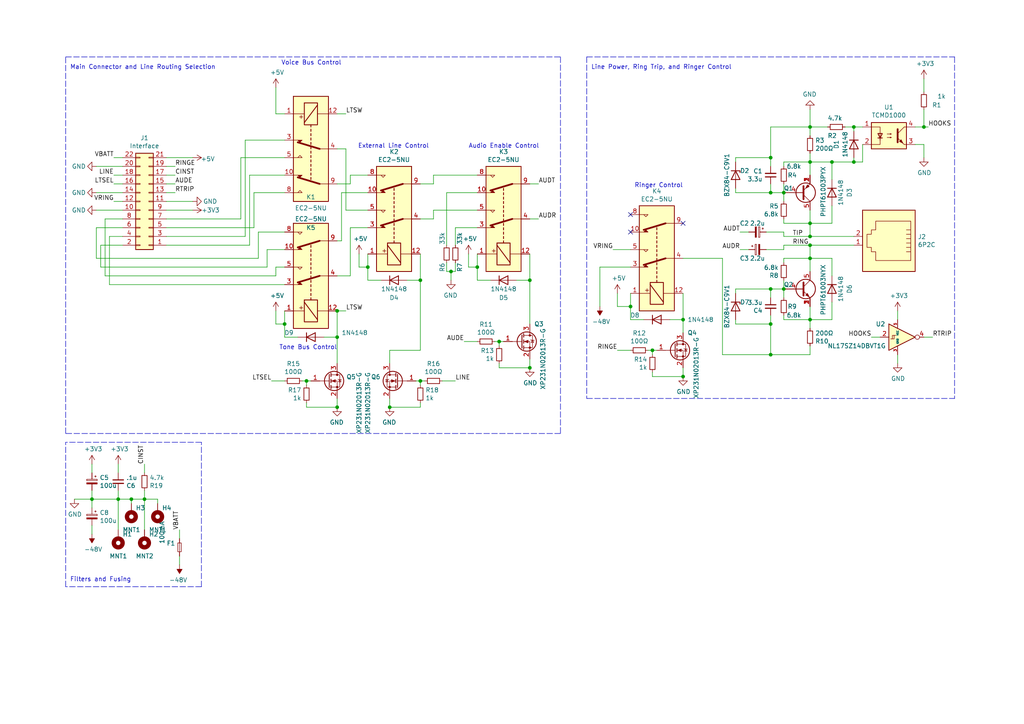
<source format=kicad_sch>
(kicad_sch (version 20211123) (generator eeschema)
  (paper "A4")
  (lib_symbols
    (symbol "Connector:6P2C" (pin_names (offset 1.016))
      (property "Reference" "J" (at -5.08 11.43 0))
      (property "Value" "6P2C" (at 2.54 11.43 0))
      (symbol "6P2C_1_1"
        (pin passive line (at 10.16 0 180) (length 2.54) (name "~") (number "1"))
        (pin passive line (at 10.16 2.54 180) (length 2.54) (name "~") (number "2"))
      )
    )
    (symbol "Connector_Generic:Conn_02x11_Odd_Even" (pin_names (offset 1.016) hide)
      (property "Reference" "J" (at 1.27 15.24 0))
      (property "Value" "Conn_02x11_Odd_Even" (at 1.27 -15.24 0))
      (symbol "Conn_02x11_Odd_Even_1_1"
        (pin passive line (at -5.08 12.7 0) (length 3.81) (name "Pin_1") (number "1"))
        (pin passive line (at 7.62 2.54 180) (length 3.81) (name "Pin_10") (number "10"))
        (pin passive line (at -5.08 0 0) (length 3.81) (name "Pin_11") (number "11"))
        (pin passive line (at 7.62 0 180) (length 3.81) (name "Pin_12") (number "12"))
        (pin passive line (at -5.08 -2.54 0) (length 3.81) (name "Pin_13") (number "13"))
        (pin passive line (at 7.62 -2.54 180) (length 3.81) (name "Pin_14") (number "14"))
        (pin passive line (at -5.08 -5.08 0) (length 3.81) (name "Pin_15") (number "15"))
        (pin passive line (at 7.62 -5.08 180) (length 3.81) (name "Pin_16") (number "16"))
        (pin passive line (at -5.08 -7.62 0) (length 3.81) (name "Pin_17") (number "17"))
        (pin passive line (at 7.62 -7.62 180) (length 3.81) (name "Pin_18") (number "18"))
        (pin passive line (at -5.08 -10.16 0) (length 3.81) (name "Pin_19") (number "19"))
        (pin passive line (at 7.62 12.7 180) (length 3.81) (name "Pin_2") (number "2"))
        (pin passive line (at 7.62 -10.16 180) (length 3.81) (name "Pin_20") (number "20"))
        (pin passive line (at -5.08 -12.7 0) (length 3.81) (name "Pin_21") (number "21"))
        (pin passive line (at 7.62 -12.7 180) (length 3.81) (name "Pin_22") (number "22"))
        (pin passive line (at -5.08 10.16 0) (length 3.81) (name "Pin_3") (number "3"))
        (pin passive line (at 7.62 10.16 180) (length 3.81) (name "Pin_4") (number "4"))
        (pin passive line (at -5.08 7.62 0) (length 3.81) (name "Pin_5") (number "5"))
        (pin passive line (at 7.62 7.62 180) (length 3.81) (name "Pin_6") (number "6"))
        (pin passive line (at -5.08 5.08 0) (length 3.81) (name "Pin_7") (number "7"))
        (pin passive line (at 7.62 5.08 180) (length 3.81) (name "Pin_8") (number "8"))
        (pin passive line (at -5.08 2.54 0) (length 3.81) (name "Pin_9") (number "9"))
      )
    )
    (symbol "Device:CP_Small" (pin_numbers hide) (pin_names (offset 0.254) hide)
      (property "Reference" "C" (at 0.254 1.778 0))
      (property "Value" "Device_CP_Small" (at 0.254 -2.032 0))
      (symbol "CP_Small_1_1"
        (pin passive line (at 0 2.54 270) (length 1.8542) (name "~") (number "1"))
        (pin passive line (at 0 -2.54 90) (length 1.8542) (name "~") (number "2"))
      )
    )
    (symbol "Device:C_Small" (pin_numbers hide) (pin_names (offset 0.254) hide)
      (property "Reference" "C" (at 0.254 1.778 0))
      (property "Value" "C_Small" (at 0.254 -2.032 0))
      (symbol "C_Small_1_1"
        (pin passive line (at 0 2.54 270) (length 2.032) (name "~") (number "1"))
        (pin passive line (at 0 -2.54 90) (length 2.032) (name "~") (number "2"))
      )
    )
    (symbol "Device:Fuse_Small" (pin_numbers hide) (pin_names (offset 0.254) hide)
      (property "Reference" "F" (at 0 -1.524 0))
      (property "Value" "Fuse_Small" (at 0 1.524 0))
      (symbol "Fuse_Small_1_1"
        (pin passive line (at -2.54 0 0) (length 1.27) (name "~") (number "1"))
        (pin passive line (at 2.54 0 180) (length 1.27) (name "~") (number "2"))
      )
    )
    (symbol "Device:R_Small" (pin_numbers hide) (pin_names (offset 0.254) hide)
      (property "Reference" "R" (at 0.762 0.508 0))
      (property "Value" "R_Small" (at 0.762 -1.016 0))
      (symbol "R_Small_1_1"
        (pin passive line (at 0 2.54 270) (length 0.762) (name "~") (number "1"))
        (pin passive line (at 0 -2.54 90) (length 0.762) (name "~") (number "2"))
      )
    )
    (symbol "Diode:1N4148" (pin_numbers hide) (pin_names (offset 1.016) hide)
      (property "Reference" "D" (at 0 2.54 0))
      (property "Value" "1N4148" (at 0 -2.54 0))
      (symbol "1N4148_1_1"
        (pin passive line (at -3.81 0 0) (length 2.54) (name "K") (number "1"))
        (pin passive line (at 3.81 0 180) (length 2.54) (name "A") (number "2"))
      )
    )
    (symbol "Mechanical:MountingHole_Pad" (pin_numbers hide) (pin_names (offset 1.016) hide)
      (property "Reference" "H" (at 0 6.35 0))
      (property "Value" "MountingHole_Pad" (at 0 4.445 0))
      (symbol "MountingHole_Pad_1_1"
        (pin input line (at 0 -2.54 90) (length 2.54) (name "1") (number "1"))
      )
    )
    (symbol "PhoneInterfaceParts:BZX84-C9V1" (pin_numbers hide) (pin_names (offset 1.016) hide)
      (property "Reference" "D" (at 0 2.54 0))
      (property "Value" "BZX84-C9V1" (at 0 -2.54 0))
      (symbol "BZX84-C9V1_1_1"
        (pin passive line (at -3.81 0 0) (length 2.54) (name "K") (number "1"))
        (pin passive line (at 3.81 0 180) (length 2.54) (name "A") (number "2"))
      )
    )
    (symbol "PhoneInterfaceParts:NL17SZ14DBVT1G"
      (property "Reference" "U" (at -2.54 5.08 0))
      (property "Value" "NL17SZ14DBVT1G" (at 10.16 5.08 0))
      (symbol "NL17SZ14DBVT1G_1_1"
        (pin no_connect line (at 5.08 0 180) (length 2.54) hide (name "NC") (number "1"))
        (pin input line (at -5.08 0 0) (length 2.54) (name "~") (number "2"))
        (pin power_in line (at 0 -5.08 90) (length 2.54) (name "GND") (number "3"))
        (pin output line (at 7.62 0 180) (length 1.27) (name "~") (number "4"))
        (pin power_in line (at 0 5.08 270) (length 2.54) (name "VCC") (number "5"))
      )
    )
    (symbol "PhoneInterfaceParts:PHPT61003NYX" (pin_names (offset 0) hide)
      (property "Reference" "Q" (at 5.08 1.905 0))
      (property "Value" "PHPT61003NYX" (at 5.08 0 0))
      (symbol "PHPT61003NYX_0_0"
        (pin passive line (at 2.54 -5.08 90) (length 2.54) (name "E") (number "2"))
        (pin passive line (at 2.54 -5.08 90) (length 2.54) (name "E") (number "3"))
      )
      (symbol "PHPT61003NYX_1_1"
        (pin passive line (at 2.54 -5.08 90) (length 2.54) (name "E") (number "1"))
        (pin input line (at -5.08 0 0) (length 5.715) (name "B") (number "4"))
        (pin passive line (at 2.54 5.08 270) (length 2.54) (name "C") (number "5"))
      )
    )
    (symbol "PhoneInterfaceParts:PHPT61003PYX" (pin_names (offset 0) hide)
      (property "Reference" "Q" (at 5.08 1.905 0))
      (property "Value" "PHPT61003PYX" (at 5.08 0 0))
      (symbol "PHPT61003PYX_0_0"
        (pin passive line (at 2.54 -5.08 90) (length 2.54) (name "E") (number "2"))
        (pin passive line (at 2.54 -5.08 90) (length 2.54) (name "E") (number "3"))
      )
      (symbol "PHPT61003PYX_1_1"
        (pin passive line (at 2.54 -5.08 90) (length 2.54) (name "E") (number "1"))
        (pin input line (at -5.08 0 0) (length 5.715) (name "B") (number "4"))
        (pin passive line (at 2.54 5.08 270) (length 2.54) (name "C") (number "5"))
      )
    )
    (symbol "PhoneInterfaceParts:TCMD1000" (pin_names (offset 1.016))
      (property "Reference" "U" (at 0 5.08 0))
      (property "Value" "TCMD1000" (at 0 -5.08 0))
      (symbol "TCMD1000_1_1"
        (pin passive line (at -7.62 2.54 0) (length 2.54) (name "~") (number "1"))
        (pin passive line (at -7.62 -2.54 0) (length 2.54) (name "~") (number "2"))
        (pin passive line (at 7.62 -2.54 180) (length 2.54) (name "~") (number "3"))
        (pin passive line (at 7.62 2.54 180) (length 2.54) (name "~") (number "4"))
      )
    )
    (symbol "PhoneInterfaceParts:XP231N02013R-G" (pin_names hide)
      (property "Reference" "Q" (at 5.08 1.905 0))
      (property "Value" "XP231N02013R-G" (at 5.08 0 0))
      (symbol "XP231N02013R-G_1_1"
        (pin input line (at -5.08 0 0) (length 2.54) (name "G") (number "1"))
        (pin passive line (at 2.54 -5.08 90) (length 2.54) (name "S") (number "2"))
        (pin passive line (at 2.54 5.08 270) (length 2.54) (name "D") (number "3"))
      )
    )
    (symbol "Relay:EC2-5NU"
      (property "Reference" "K" (at 15.24 8.89 0))
      (property "Value" "EC2-5NU" (at 19.05 6.35 0))
      (symbol "EC2-5NU_1_1"
        (text "+" (at -9.271 2.921 0) (effects (font (size 1.27 1.27))))
        (pin passive line (at -10.16 7.62 270) (length 2.54) (name "~") (number "1"))
        (pin passive line (at 7.62 7.62 270) (length 2.54) (name "~") (number "10"))
        (pin passive line (at -10.16 -7.62 90) (length 2.54) (name "~") (number "12"))
        (pin passive line (at -2.54 7.62 270) (length 2.54) (name "~") (number "3"))
        (pin passive line (at 0 -7.62 90) (length 2.54) (name "~") (number "4"))
        (pin passive line (at 2.54 7.62 270) (length 2.54) (name "~") (number "5"))
        (pin passive line (at 12.7 7.62 270) (length 2.54) (name "~") (number "8"))
        (pin passive line (at 10.16 -7.62 90) (length 2.54) (name "~") (number "9"))
      )
    )
    (symbol "power:+3.3V" (power) (pin_names (offset 0))
      (property "Value" "+3.3V" (at 0 3.556 0))
      (symbol "+3.3V_1_1"
        (pin power_in line (at 0 0 90) (length 0) hide (name "+3V3") (number "1"))
      )
    )
    (symbol "power:+5V" (power) (pin_names (offset 0))
      (property "Value" "+5V" (at 0 3.556 0))
      (symbol "+5V_1_1"
        (pin power_in line (at 0 0 90) (length 0) hide (name "+5V") (number "1"))
      )
    )
    (symbol "power:-48V" (power) (pin_names (offset 0))
      (property "Value" "-48V" (at 0 3.81 0))
      (symbol "-48V_0_0"
        (pin power_in line (at 0 0 90) (length 0) hide (name "-48V") (number "1"))
      )
    )
    (symbol "power:GND" (power) (pin_names (offset 0))
      (property "Value" "GND" (at 0 -3.81 0))
      (symbol "GND_1_1"
        (pin power_in line (at 0 0 270) (length 0) hide (name "GND") (number "1"))
      )
    )
  )
  (junction (at 88.9 110.49))
  (junction (at 121.92 110.49))
  (junction (at 38.1 144.78))
  (junction (at 144.78 99.06))
  (junction (at 189.23 101.6))
  (junction (at 223.52 93.98))
  (junction (at 198.12 92.71))
  (junction (at 234.95 92.71))
  (junction (at 227.33 55.88))
  (junction (at 247.65 46.99))
  (junction (at 153.67 81.28))
  (junction (at 130.81 78.74))
  (junction (at 241.3 46.99))
  (junction (at 97.79 97.79))
  (junction (at 227.33 83.82))
  (junction (at 121.92 81.28))
  (junction (at 234.95 36.83))
  (junction (at 182.88 88.9))
  (junction (at 234.95 68.58))
  (junction (at 223.52 83.82))
  (junction (at 234.95 74.93))
  (junction (at 34.29 144.78))
  (junction (at 247.65 36.83))
  (junction (at 223.52 55.88))
  (junction (at 267.97 36.83))
  (junction (at 234.95 64.77))
  (junction (at 223.52 102.87))
  (junction (at 82.55 93.98))
  (junction (at 223.52 45.72))
  (junction (at 41.91 144.78))
  (junction (at 138.43 77.47))
  (junction (at 153.67 106.68))
  (junction (at 234.95 71.12))
  (junction (at 113.03 118.11))
  (junction (at 234.95 46.99))
  (junction (at 198.12 109.22))
  (junction (at 26.67 144.78))
  (junction (at 97.79 90.17))
  (junction (at 106.68 77.47))
  (junction (at 97.79 118.11))
  (no_connect (at 198.12 64.77))
  (no_connect (at 182.88 62.23))
  (no_connect (at 182.88 67.31))
  (wire (pts (xy 223.52 55.88) (xy 223.52 53.34)))
  (polyline (pts (xy 170.18 115.57) (xy 276.86 115.57)))
  (wire (pts (xy 267.97 22.86) (xy 267.97 26.67)))
  (wire (pts (xy 234.95 95.25) (xy 234.95 92.71)))
  (wire (pts (xy 101.6 50.8) (xy 101.6 53.34)))
  (wire (pts (xy 213.36 55.88) (xy 213.36 54.61)))
  (wire (pts (xy 156.21 53.34) (xy 153.67 53.34)))
  (wire (pts (xy 31.75 68.58) (xy 31.75 82.55)))
  (wire (pts (xy 234.95 36.83) (xy 234.95 31.75)))
  (wire (pts (xy 241.3 80.01) (xy 241.3 74.93)))
  (wire (pts (xy 82.55 110.49) (xy 78.74 110.49)))
  (wire (pts (xy 72.39 50.8) (xy 72.39 71.12)))
  (wire (pts (xy 88.9 118.11) (xy 97.79 118.11)))
  (wire (pts (xy 97.79 97.79) (xy 97.79 105.41)))
  (wire (pts (xy 26.67 142.24) (xy 26.67 144.78)))
  (wire (pts (xy 223.52 36.83) (xy 234.95 36.83)))
  (wire (pts (xy 213.36 93.98) (xy 223.52 93.98)))
  (wire (pts (xy 35.56 53.34) (xy 33.02 53.34)))
  (wire (pts (xy 227.33 92.71) (xy 234.95 92.71)))
  (wire (pts (xy 50.8 48.26) (xy 48.26 48.26)))
  (wire (pts (xy 129.54 55.88) (xy 138.43 55.88)))
  (wire (pts (xy 182.88 101.6) (xy 179.07 101.6)))
  (wire (pts (xy 247.65 38.1) (xy 247.65 36.83)))
  (wire (pts (xy 144.78 105.41) (xy 144.78 106.68)))
  (wire (pts (xy 138.43 73.66) (xy 138.43 77.47)))
  (wire (pts (xy 113.03 101.6) (xy 121.92 101.6)))
  (polyline (pts (xy 19.05 170.18) (xy 19.05 128.27)))
  (wire (pts (xy 80.01 77.47) (xy 80.01 80.01)))
  (wire (pts (xy 234.95 68.58) (xy 234.95 64.77)))
  (wire (pts (xy 217.17 72.39) (xy 214.63 72.39)))
  (wire (pts (xy 134.62 99.06) (xy 138.43 99.06)))
  (wire (pts (xy 179.07 88.9) (xy 179.07 85.09)))
  (wire (pts (xy 35.56 66.04) (xy 27.94 66.04)))
  (wire (pts (xy 26.67 154.94) (xy 26.67 152.4)))
  (wire (pts (xy 227.33 67.31) (xy 222.25 67.31)))
  (wire (pts (xy 88.9 110.49) (xy 88.9 111.76)))
  (wire (pts (xy 97.79 90.17) (xy 100.33 90.17)))
  (wire (pts (xy 74.93 74.93) (xy 27.94 74.93)))
  (wire (pts (xy 143.51 99.06) (xy 144.78 99.06)))
  (wire (pts (xy 82.55 40.64) (xy 71.12 40.64)))
  (wire (pts (xy 132.08 71.12) (xy 132.08 66.04)))
  (wire (pts (xy 241.3 46.99) (xy 247.65 46.99)))
  (wire (pts (xy 194.31 92.71) (xy 198.12 92.71)))
  (wire (pts (xy 241.3 74.93) (xy 234.95 74.93)))
  (wire (pts (xy 223.52 102.87) (xy 234.95 102.87)))
  (wire (pts (xy 82.55 50.8) (xy 72.39 50.8)))
  (wire (pts (xy 118.11 81.28) (xy 121.92 81.28)))
  (wire (pts (xy 82.55 45.72) (xy 69.85 45.72)))
  (wire (pts (xy 144.78 99.06) (xy 144.78 100.33)))
  (wire (pts (xy 189.23 109.22) (xy 189.23 107.95)))
  (wire (pts (xy 227.33 48.26) (xy 227.33 46.99)))
  (wire (pts (xy 130.81 81.28) (xy 130.81 78.74)))
  (wire (pts (xy 227.33 63.5) (xy 227.33 64.77)))
  (wire (pts (xy 101.6 80.01) (xy 97.79 80.01)))
  (wire (pts (xy 48.26 50.8) (xy 50.8 50.8)))
  (wire (pts (xy 97.79 115.57) (xy 97.79 118.11)))
  (wire (pts (xy 227.33 55.88) (xy 223.52 55.88)))
  (wire (pts (xy 80.01 33.02) (xy 82.55 33.02)))
  (wire (pts (xy 82.55 82.55) (xy 31.75 82.55)))
  (wire (pts (xy 34.29 144.78) (xy 34.29 153.67)))
  (wire (pts (xy 77.47 72.39) (xy 82.55 72.39)))
  (wire (pts (xy 234.95 71.12) (xy 234.95 74.93)))
  (wire (pts (xy 106.68 73.66) (xy 106.68 77.47)))
  (wire (pts (xy 99.06 55.88) (xy 99.06 69.85)))
  (wire (pts (xy 241.3 46.99) (xy 234.95 46.99)))
  (wire (pts (xy 227.33 64.77) (xy 234.95 64.77)))
  (wire (pts (xy 80.01 93.98) (xy 80.01 90.17)))
  (wire (pts (xy 227.33 71.12) (xy 234.95 71.12)))
  (wire (pts (xy 121.92 110.49) (xy 121.92 111.76)))
  (wire (pts (xy 33.02 45.72) (xy 35.56 45.72)))
  (wire (pts (xy 82.55 93.98) (xy 80.01 93.98)))
  (wire (pts (xy 41.91 142.24) (xy 41.91 144.78)))
  (wire (pts (xy 73.66 55.88) (xy 82.55 55.88)))
  (wire (pts (xy 106.68 66.04) (xy 101.6 66.04)))
  (wire (pts (xy 52.07 163.83) (xy 52.07 161.29)))
  (wire (pts (xy 135.89 73.66) (xy 135.89 77.47)))
  (wire (pts (xy 34.29 144.78) (xy 26.67 144.78)))
  (wire (pts (xy 106.68 55.88) (xy 99.06 55.88)))
  (wire (pts (xy 120.65 110.49) (xy 121.92 110.49)))
  (wire (pts (xy 48.26 68.58) (xy 71.12 68.58)))
  (wire (pts (xy 121.92 118.11) (xy 113.03 118.11)))
  (wire (pts (xy 69.85 45.72) (xy 69.85 63.5)))
  (wire (pts (xy 227.33 58.42) (xy 227.33 55.88)))
  (wire (pts (xy 234.95 36.83) (xy 234.95 39.37)))
  (wire (pts (xy 234.95 46.99) (xy 234.95 50.8)))
  (wire (pts (xy 198.12 106.68) (xy 198.12 109.22)))
  (wire (pts (xy 45.72 146.05) (xy 45.72 144.78)))
  (wire (pts (xy 48.26 60.96) (xy 55.88 60.96)))
  (wire (pts (xy 144.78 106.68) (xy 153.67 106.68)))
  (polyline (pts (xy 58.42 170.18) (xy 58.42 128.27)))
  (wire (pts (xy 121.92 116.84) (xy 121.92 118.11)))
  (polyline (pts (xy 19.05 125.73) (xy 19.05 16.51)))
  (wire (pts (xy 35.56 58.42) (xy 33.02 58.42)))
  (wire (pts (xy 198.12 109.22) (xy 189.23 109.22)))
  (wire (pts (xy 41.91 134.62) (xy 41.91 137.16)))
  (wire (pts (xy 34.29 142.24) (xy 34.29 144.78)))
  (wire (pts (xy 234.95 92.71) (xy 234.95 88.9)))
  (wire (pts (xy 48.26 53.34) (xy 50.8 53.34)))
  (wire (pts (xy 48.26 45.72) (xy 55.88 45.72)))
  (wire (pts (xy 260.35 92.71) (xy 260.35 90.17)))
  (wire (pts (xy 213.36 85.09) (xy 213.36 83.82)))
  (wire (pts (xy 88.9 118.11) (xy 88.9 116.84)))
  (wire (pts (xy 138.43 77.47) (xy 138.43 81.28)))
  (wire (pts (xy 223.52 55.88) (xy 213.36 55.88)))
  (wire (pts (xy 82.55 97.79) (xy 82.55 93.98)))
  (wire (pts (xy 265.43 41.91) (xy 267.97 41.91)))
  (wire (pts (xy 130.81 78.74) (xy 129.54 78.74)))
  (wire (pts (xy 135.89 77.47) (xy 138.43 77.47)))
  (wire (pts (xy 80.01 80.01) (xy 30.48 80.01)))
  (wire (pts (xy 182.88 77.47) (xy 173.99 77.47)))
  (wire (pts (xy 247.65 46.99) (xy 247.65 45.72)))
  (wire (pts (xy 82.55 67.31) (xy 74.93 67.31)))
  (wire (pts (xy 241.3 92.71) (xy 234.95 92.71)))
  (wire (pts (xy 41.91 153.67) (xy 41.91 144.78)))
  (wire (pts (xy 182.88 72.39) (xy 177.8 72.39)))
  (wire (pts (xy 260.35 102.87) (xy 260.35 105.41)))
  (wire (pts (xy 74.93 67.31) (xy 74.93 74.93)))
  (wire (pts (xy 227.33 55.88) (xy 227.33 53.34)))
  (wire (pts (xy 245.11 36.83) (xy 247.65 36.83)))
  (wire (pts (xy 223.52 91.44) (xy 223.52 93.98)))
  (wire (pts (xy 27.94 74.93) (xy 27.94 66.04)))
  (wire (pts (xy 227.33 83.82) (xy 223.52 83.82)))
  (wire (pts (xy 138.43 81.28) (xy 142.24 81.28)))
  (wire (pts (xy 189.23 102.87) (xy 189.23 101.6)))
  (wire (pts (xy 121.92 110.49) (xy 123.19 110.49)))
  (wire (pts (xy 227.33 76.2) (xy 227.33 74.93)))
  (wire (pts (xy 227.33 72.39) (xy 222.25 72.39)))
  (wire (pts (xy 113.03 115.57) (xy 113.03 118.11)))
  (wire (pts (xy 100.33 33.02) (xy 97.79 33.02)))
  (wire (pts (xy 223.52 93.98) (xy 223.52 102.87)))
  (wire (pts (xy 217.17 67.31) (xy 214.63 67.31)))
  (wire (pts (xy 227.33 83.82) (xy 227.33 86.36)))
  (wire (pts (xy 26.67 134.62) (xy 26.67 137.16)))
  (polyline (pts (xy 170.18 16.51) (xy 170.18 115.57)))
  (wire (pts (xy 100.33 60.96) (xy 100.33 43.18)))
  (wire (pts (xy 128.27 110.49) (xy 132.08 110.49)))
  (wire (pts (xy 153.67 81.28) (xy 153.67 93.98)))
  (wire (pts (xy 182.88 92.71) (xy 186.69 92.71)))
  (wire (pts (xy 72.39 71.12) (xy 48.26 71.12)))
  (wire (pts (xy 38.1 144.78) (xy 34.29 144.78)))
  (polyline (pts (xy 58.42 128.27) (xy 19.05 128.27)))
  (wire (pts (xy 267.97 36.83) (xy 269.24 36.83)))
  (wire (pts (xy 130.81 78.74) (xy 132.08 78.74)))
  (wire (pts (xy 241.3 52.07) (xy 241.3 46.99)))
  (wire (pts (xy 106.68 60.96) (xy 100.33 60.96)))
  (wire (pts (xy 247.65 46.99) (xy 250.19 46.99)))
  (wire (pts (xy 129.54 78.74) (xy 129.54 76.2)))
  (wire (pts (xy 27.94 48.26) (xy 35.56 48.26)))
  (wire (pts (xy 132.08 78.74) (xy 132.08 76.2)))
  (wire (pts (xy 100.33 43.18) (xy 97.79 43.18)))
  (wire (pts (xy 234.95 64.77) (xy 234.95 60.96)))
  (wire (pts (xy 234.95 74.93) (xy 234.95 78.74)))
  (wire (pts (xy 101.6 53.34) (xy 97.79 53.34)))
  (wire (pts (xy 113.03 105.41) (xy 113.03 101.6)))
  (wire (pts (xy 125.73 53.34) (xy 121.92 53.34)))
  (wire (pts (xy 26.67 144.78) (xy 26.67 147.32)))
  (polyline (pts (xy 170.18 16.51) (xy 276.86 16.51)))
  (wire (pts (xy 41.91 144.78) (xy 38.1 144.78)))
  (wire (pts (xy 227.33 46.99) (xy 234.95 46.99)))
  (wire (pts (xy 125.73 50.8) (xy 138.43 50.8)))
  (wire (pts (xy 187.96 101.6) (xy 189.23 101.6)))
  (wire (pts (xy 227.33 68.58) (xy 227.33 67.31)))
  (wire (pts (xy 48.26 58.42) (xy 55.88 58.42)))
  (wire (pts (xy 227.33 71.12) (xy 227.33 72.39)))
  (wire (pts (xy 80.01 77.47) (xy 82.55 77.47)))
  (wire (pts (xy 93.98 97.79) (xy 97.79 97.79)))
  (wire (pts (xy 29.21 77.47) (xy 29.21 71.12)))
  (wire (pts (xy 106.68 77.47) (xy 104.14 77.47)))
  (wire (pts (xy 213.36 45.72) (xy 223.52 45.72)))
  (wire (pts (xy 189.23 101.6) (xy 190.5 101.6)))
  (wire (pts (xy 73.66 66.04) (xy 48.26 66.04)))
  (wire (pts (xy 198.12 96.52) (xy 198.12 92.71)))
  (wire (pts (xy 106.68 50.8) (xy 101.6 50.8)))
  (wire (pts (xy 35.56 68.58) (xy 31.75 68.58)))
  (wire (pts (xy 227.33 68.58) (xy 234.95 68.58)))
  (wire (pts (xy 156.21 63.5) (xy 153.67 63.5)))
  (wire (pts (xy 149.86 81.28) (xy 153.67 81.28)))
  (wire (pts (xy 48.26 63.5) (xy 69.85 63.5)))
  (wire (pts (xy 255.27 97.79) (xy 252.73 97.79)))
  (wire (pts (xy 250.19 46.99) (xy 250.19 41.91)))
  (wire (pts (xy 30.48 63.5) (xy 35.56 63.5)))
  (wire (pts (xy 227.33 74.93) (xy 234.95 74.93)))
  (wire (pts (xy 125.73 60.96) (xy 138.43 60.96)))
  (wire (pts (xy 209.55 102.87) (xy 223.52 102.87)))
  (wire (pts (xy 213.36 83.82) (xy 223.52 83.82)))
  (wire (pts (xy 48.26 55.88) (xy 50.8 55.88)))
  (wire (pts (xy 267.97 41.91) (xy 267.97 45.72)))
  (wire (pts (xy 106.68 81.28) (xy 110.49 81.28)))
  (polyline (pts (xy 276.86 16.51) (xy 276.86 115.57)))
  (wire (pts (xy 106.68 77.47) (xy 106.68 81.28)))
  (wire (pts (xy 209.55 74.93) (xy 198.12 74.93)))
  (wire (pts (xy 45.72 144.78) (xy 41.91 144.78)))
  (wire (pts (xy 223.52 83.82) (xy 223.52 86.36)))
  (wire (pts (xy 132.08 66.04) (xy 138.43 66.04)))
  (wire (pts (xy 121.92 81.28) (xy 121.92 73.66)))
  (wire (pts (xy 173.99 77.47) (xy 173.99 88.9)))
  (wire (pts (xy 241.3 64.77) (xy 234.95 64.77)))
  (wire (pts (xy 223.52 36.83) (xy 223.52 45.72)))
  (wire (pts (xy 125.73 50.8) (xy 125.73 53.34)))
  (wire (pts (xy 21.59 144.78) (xy 26.67 144.78)))
  (wire (pts (xy 80.01 25.4) (xy 80.01 33.02)))
  (wire (pts (xy 129.54 71.12) (xy 129.54 55.88)))
  (polyline (pts (xy 58.42 170.18) (xy 19.05 170.18)))
  (wire (pts (xy 182.88 88.9) (xy 182.88 92.71)))
  (wire (pts (xy 241.3 87.63) (xy 241.3 92.71)))
  (wire (pts (xy 77.47 77.47) (xy 29.21 77.47)))
  (wire (pts (xy 77.47 72.39) (xy 77.47 77.47)))
  (wire (pts (xy 82.55 93.98) (xy 82.55 90.17)))
  (wire (pts (xy 71.12 40.64) (xy 71.12 68.58)))
  (wire (pts (xy 38.1 146.05) (xy 38.1 144.78)))
  (wire (pts (xy 121.92 101.6) (xy 121.92 81.28)))
  (wire (pts (xy 27.94 60.96) (xy 35.56 60.96)))
  (polyline (pts (xy 162.56 16.51) (xy 162.56 125.73)))
  (wire (pts (xy 146.05 99.06) (xy 144.78 99.06)))
  (wire (pts (xy 153.67 81.28) (xy 153.67 73.66)))
  (wire (pts (xy 73.66 55.88) (xy 73.66 66.04)))
  (wire (pts (xy 234.95 44.45) (xy 234.95 46.99)))
  (wire (pts (xy 234.95 71.12) (xy 247.65 71.12)))
  (wire (pts (xy 227.33 91.44) (xy 227.33 92.71)))
  (wire (pts (xy 234.95 68.58) (xy 247.65 68.58)))
  (wire (pts (xy 209.55 74.93) (xy 209.55 102.87)))
  (wire (pts (xy 153.67 104.14) (xy 153.67 106.68)))
  (wire (pts (xy 97.79 97.79) (xy 97.79 90.17)))
  (wire (pts (xy 182.88 85.09) (xy 182.88 88.9)))
  (wire (pts (xy 101.6 66.04) (xy 101.6 80.01)))
  (wire (pts (xy 104.14 77.47) (xy 104.14 73.66)))
  (wire (pts (xy 52.07 153.67) (xy 52.07 156.21)))
  (wire (pts (xy 213.36 46.99) (xy 213.36 45.72)))
  (wire (pts (xy 267.97 36.83) (xy 267.97 31.75)))
  (wire (pts (xy 265.43 36.83) (xy 267.97 36.83)))
  (wire (pts (xy 35.56 55.88) (xy 27.94 55.88)))
  (wire (pts (xy 90.17 110.49) (xy 88.9 110.49)))
  (polyline (pts (xy 19.05 16.51) (xy 162.56 16.51)))
  (wire (pts (xy 35.56 71.12) (xy 29.21 71.12)))
  (wire (pts (xy 247.65 36.83) (xy 250.19 36.83)))
  (polyline (pts (xy 162.56 125.73) (xy 19.05 125.73)))
  (wire (pts (xy 182.88 88.9) (xy 179.07 88.9)))
  (wire (pts (xy 34.29 137.16) (xy 34.29 134.62)))
  (wire (pts (xy 234.95 102.87) (xy 234.95 100.33)))
  (wire (pts (xy 125.73 63.5) (xy 125.73 60.96)))
  (wire (pts (xy 223.52 45.72) (xy 223.52 48.26)))
  (wire (pts (xy 87.63 110.49) (xy 88.9 110.49)))
  (wire (pts (xy 241.3 59.69) (xy 241.3 64.77)))
  (wire (pts (xy 121.92 63.5) (xy 125.73 63.5)))
  (wire (pts (xy 33.02 50.8) (xy 35.56 50.8)))
  (wire (pts (xy 86.36 97.79) (xy 82.55 97.79)))
  (wire (pts (xy 234.95 36.83) (xy 240.03 36.83)))
  (wire (pts (xy 267.97 97.79) (xy 270.51 97.79)))
  (wire (pts (xy 198.12 92.71) (xy 198.12 85.09)))
  (wire (pts (xy 30.48 63.5) (xy 30.48 80.01)))
  (wire (pts (xy 227.33 81.28) (xy 227.33 83.82)))
  (wire (pts (xy 99.06 69.85) (xy 97.79 69.85)))
  (wire (pts (xy 213.36 92.71) (xy 213.36 93.98)))
  (text "Ringer Control" (at 198.12 54.61 180) (effects (font (size 1.27 1.27)) (justify right bottom)))
  (text "Main Connector and Line Routing Selection" (at 20.32 20.32 0) (effects (font (size 1.27 1.27)) (justify left bottom)))
  (text "External Line Control" (at 124.46 43.18 180) (effects (font (size 1.27 1.27)) (justify right bottom)))
  (text "Filters and Fusing" (at 20.32 168.91 0) (effects (font (size 1.27 1.27)) (justify left bottom)))
  (text "Voice Bus Control" (at 99.06 19.05 180) (effects (font (size 1.27 1.27)) (justify right bottom)))
  (text "Line Power, Ring Trip, and Ringer Control" (at 171.45 20.32 0) (effects (font (size 1.27 1.27)) (justify left bottom)))
  (text "Tone Bus Control" (at 97.79 101.6 180) (effects (font (size 1.27 1.27)) (justify right bottom)))
  (text "Audio Enable Control" (at 135.89 43.18 0) (effects (font (size 1.27 1.27)) (justify left bottom)))
  (label "LTSW" (at 100.33 90.17 0))
  (label "LINE" (at 132.08 110.49 0))
  (label "RTRIP" (at 270.51 97.79 0))
  (label "AUDE" (at 134.62 99.06 180))
  (label "RINGE" (at 50.8 48.26 0))
  (label "LTSEL" (at 78.74 110.49 180))
  (label "HOOKS" (at 252.73 97.79 180))
  (label "CINST" (at 41.91 134.62 90))
  (label "RINGE" (at 179.07 101.6 180))
  (label "LINE" (at 33.02 50.8 180))
  (label "AUDT" (at 156.21 53.34 0))
  (label "AUDT" (at 214.63 67.31 180))
  (label "VBATT" (at 33.02 45.72 180))
  (label "TIP" (at 229.87 68.58 0))
  (label "CINST" (at 50.8 50.8 0))
  (label "RTRIP" (at 50.8 55.88 0))
  (label "VRING" (at 177.8 72.39 180))
  (label "LTSW" (at 100.33 33.02 0))
  (label "AUDR" (at 156.21 63.5 0))
  (label "VBATT" (at 52.07 153.67 90))
  (label "HOOKS" (at 269.24 36.83 0))
  (label "VRING" (at 33.02 58.42 180))
  (label "AUDE" (at 50.8 53.34 0))
  (label "RING" (at 229.87 71.12 0))
  (label "AUDR" (at 214.63 72.39 180))
  (label "LTSEL" (at 33.02 53.34 180))
  (symbol (lib_id "Device:R_Small") (at 234.95 41.91 0) (unit 1)
    (property "Reference" "R3" (at 236.4486 40.7416 0) (effects (justify left)))
    (property "Value" "200Ω" (at 236.4486 43.053 0) (effects (justify left)))
    (property "Footprint" "Resistor_THT:R_Axial_DIN0516_L15.5mm_D5.0mm_P20.32mm_Horizontal" (effects hide))
  )
  (symbol (lib_id "Device:R_Small") (at 227.33 50.8 0) (mirror x) (unit 1)
    (property "Reference" "R4" (at 231.14 50.8 0) (effects (justify right)))
    (property "Value" "6.8k" (at 232.41 48.26 0) (effects (justify right)))
    (property "Footprint" "Resistor_SMD:R_1210_3225Metric_Pad1.30x2.65mm_HandSolder" (effects hide))
  )
  (symbol (lib_id "Device:R_Small") (at 227.33 60.96 0) (mirror x) (unit 1)
    (property "Reference" "R5" (at 225.8314 59.7916 0) (effects (justify right)))
    (property "Value" "6.8k" (at 225.8314 62.103 0) (effects (justify right)))
    (property "Footprint" "Resistor_SMD:R_1210_3225Metric_Pad1.30x2.65mm_HandSolder" (effects hide))
  )
  (symbol (lib_id "Device:C_Small") (at 223.52 50.8 0) (mirror x) (unit 1)
    (property "Reference" "C1" (at 221.1832 49.6316 0) (effects (justify right)))
    (property "Value" "3.3u" (at 221.1832 51.943 0) (effects (justify right)))
    (property "Footprint" "Capacitor_THT:CP_Radial_D5.0mm_P2.00mm" (effects hide))
  )
  (symbol (lib_id "power:GND") (at 234.95 31.75 180) (unit 1)
    (property "Reference" "#PWR0101" (effects hide))
    (property "Value" "GND" (at 234.823 27.3558 0))
  )
  (symbol (lib_id "Device:R_Small") (at 227.33 88.9 0) (unit 1)
    (property "Reference" "R9" (at 231.14 88.9 0) (effects (justify right)))
    (property "Value" "6.8k" (at 232.41 91.44 0) (effects (justify right)))
    (property "Footprint" "Resistor_SMD:R_1210_3225Metric_Pad1.30x2.65mm_HandSolder" (effects hide))
  )
  (symbol (lib_id "Device:R_Small") (at 227.33 78.74 0) (unit 1)
    (property "Reference" "R8" (at 225.8314 79.9084 0) (effects (justify right)))
    (property "Value" "6.8k" (at 225.8314 77.597 0) (effects (justify right)))
    (property "Footprint" "Resistor_SMD:R_1210_3225Metric_Pad1.30x2.65mm_HandSolder" (effects hide))
  )
  (symbol (lib_id "Device:R_Small") (at 234.95 97.79 0) (mirror x) (unit 1)
    (property "Reference" "R10" (at 236.4486 98.9584 0) (effects (justify left)))
    (property "Value" "200Ω" (at 236.4486 96.647 0) (effects (justify left)))
    (property "Footprint" "Resistor_THT:R_Axial_DIN0516_L15.5mm_D5.0mm_P20.32mm_Horizontal" (effects hide))
  )
  (symbol (lib_id "Device:C_Small") (at 223.52 88.9 0) (unit 1)
    (property "Reference" "C4" (at 221.1832 90.0684 0) (effects (justify right)))
    (property "Value" "3.3u" (at 221.1832 87.757 0) (effects (justify right)))
    (property "Footprint" "Capacitor_THT:CP_Radial_D5.0mm_P2.00mm" (effects hide))
  )
  (symbol (lib_id "Connector:6P2C") (at 257.81 71.12 0) (mirror y) (unit 1)
    (property "Reference" "J2" (at 266.192 68.6816 0) (effects (justify right)))
    (property "Value" "6P2C" (at 266.192 70.993 0) (effects (justify right)))
    (property "Footprint" "Imported_Parts:RJE0112001" (effects hide))
  )
  (symbol (lib_id "Relay:EC2-5NU") (at 190.5 74.93 90) (unit 1)
    (property "Reference" "K4" (at 190.5 55.4482 90))
    (property "Value" "EC2-5NU" (at 190.5 57.7596 90))
    (property "Footprint" "Relay_THT:Relay_DPDT_Kemet_EC2" (effects hide))
    (property "Datasheet" "https://content.kemet.com/datasheets/KEM_R7002_EC2_EE2.pdf" (effects hide))
  )
  (symbol (lib_id "PhoneInterfaceParts:PHPT61003PYX") (at 232.41 55.88 0) (mirror x) (unit 1)
    (property "Reference" "Q1" (at 227.33 54.61 0) (effects (justify left)))
    (property "Value" "PHPT61003PYX" (at 238.76 48.26 90) (effects (justify left)))
    (property "Footprint" "Package_TO_SOT_SMD:LFPAK56" (effects hide))
    (property "Datasheet" "https://www.mouser.com/datasheet/2/916/PHPT61003PY-1599682.pdf" (effects hide))
  )
  (symbol (lib_id "PhoneInterfaceParts:PHPT61003NYX") (at 232.41 83.82 0) (unit 1)
    (property "Reference" "Q2" (at 227.33 82.55 0) (effects (justify left)))
    (property "Value" "PHPT61003NYX" (at 238.76 91.44 90) (effects (justify left)))
    (property "Footprint" "Package_TO_SOT_SMD:LFPAK56" (effects hide))
    (property "Datasheet" "https://www.mouser.com/datasheet/2/916/PHPT61003NY-1320466.pdf" (effects hide))
  )
  (symbol (lib_id "PhoneInterfaceParts:TCMD1000") (at 257.81 39.37 0) (unit 1)
    (property "Reference" "U1" (at 257.81 31.115 0))
    (property "Value" "TCMD1000" (at 257.81 33.4264 0))
    (property "Footprint" "Package_SO:SOP-4_4.4x2.6mm_P1.27mm" (effects hide))
    (property "Datasheet" "https://www.mouser.com/datasheet/2/427/tcmd1000-1767230.pdf" (effects hide))
  )
  (symbol (lib_id "Device:R_Small") (at 242.57 36.83 270) (unit 1)
    (property "Reference" "R2" (at 240.03 39.37 90) (effects (justify left)))
    (property "Value" "4.7k" (at 240.03 34.29 90) (effects (justify left)))
    (property "Footprint" "Resistor_SMD:R_0805_2012Metric_Pad1.20x1.40mm_HandSolder" (effects hide))
  )
  (symbol (lib_id "power:GND") (at 267.97 45.72 0) (unit 1)
    (property "Reference" "#PWR0102" (effects hide))
    (property "Value" "GND" (at 268.097 50.1142 0))
  )
  (symbol (lib_id "Device:R_Small") (at 267.97 29.21 180) (unit 1)
    (property "Reference" "R1" (at 273.05 30.48 0) (effects (justify left)))
    (property "Value" "1k" (at 274.32 27.94 0) (effects (justify left)))
    (property "Footprint" "Resistor_SMD:R_0805_2012Metric_Pad1.20x1.40mm_HandSolder" (effects hide))
  )
  (symbol (lib_id "Relay:EC2-5NU") (at 146.05 63.5 90) (unit 1)
    (property "Reference" "K3" (at 146.05 44.0182 90))
    (property "Value" "EC2-5NU" (at 146.05 46.3296 90))
    (property "Footprint" "Relay_THT:Relay_DPDT_Kemet_EC2" (effects hide))
    (property "Datasheet" "https://content.kemet.com/datasheets/KEM_R7002_EC2_EE2.pdf" (effects hide))
  )
  (symbol (lib_id "Relay:EC2-5NU") (at 114.3 63.5 90) (unit 1)
    (property "Reference" "K2" (at 114.3 44.0182 90))
    (property "Value" "EC2-5NU" (at 114.3 46.3296 90))
    (property "Footprint" "Relay_THT:Relay_DPDT_Kemet_EC2" (effects hide))
    (property "Datasheet" "https://content.kemet.com/datasheets/KEM_R7002_EC2_EE2.pdf" (effects hide))
  )
  (symbol (lib_id "Relay:EC2-5NU") (at 90.17 43.18 90) (mirror x) (unit 1)
    (property "Reference" "K1" (at 90.17 57.15 90))
    (property "Value" "EC2-5NU" (at 90.17 60.3504 90))
    (property "Footprint" "Relay_THT:Relay_DPDT_Kemet_EC2" (effects hide))
    (property "Datasheet" "https://content.kemet.com/datasheets/KEM_R7002_EC2_EE2.pdf" (effects hide))
  )
  (symbol (lib_id "Relay:EC2-5NU") (at 90.17 80.01 90) (unit 1)
    (property "Reference" "K5" (at 90.17 66.04 90))
    (property "Value" "EC2-5NU" (at 90.17 63.5 90))
    (property "Footprint" "Relay_THT:Relay_DPDT_Kemet_EC2" (effects hide))
    (property "Datasheet" "https://content.kemet.com/datasheets/KEM_R7002_EC2_EE2.pdf" (effects hide))
  )
  (symbol (lib_id "power:GND") (at 97.79 118.11 0) (mirror y) (unit 1)
    (property "Reference" "#PWR0111" (effects hide))
    (property "Value" "GND" (at 97.663 122.5042 0))
  )
  (symbol (lib_id "power:GND") (at 113.03 118.11 0) (mirror y) (unit 1)
    (property "Reference" "#PWR0112" (effects hide))
    (property "Value" "GND" (at 112.903 122.5042 0))
  )
  (symbol (lib_id "power:GND") (at 153.67 106.68 0) (unit 1)
    (property "Reference" "#PWR0113" (effects hide))
    (property "Value" "GND" (at 153.797 111.0742 0))
  )
  (symbol (lib_id "power:GND") (at 198.12 109.22 0) (unit 1)
    (property "Reference" "#PWR0114" (effects hide))
    (property "Value" "GND" (at 198.247 113.6142 0))
  )
  (symbol (lib_id "Device:R_Small") (at 41.91 139.7 0) (mirror y) (unit 1)
    (property "Reference" "R19" (at 43.3832 140.8684 0) (effects (justify right)))
    (property "Value" "4.7k" (at 43.3832 138.557 0) (effects (justify right)))
    (property "Footprint" "Resistor_SMD:R_0805_2012Metric_Pad1.20x1.40mm_HandSolder" (effects hide))
  )
  (symbol (lib_id "PhoneInterfaceParts:NL17SZ14DBVT1G") (at 260.35 97.79 0) (unit 1)
    (property "Reference" "U2" (at 254 93.98 0) (effects (justify left)))
    (property "Value" "NL17SZ14DBVT1G" (at 240.03 100.33 0) (effects (justify left)))
    (property "Footprint" "Package_TO_SOT_SMD:SOT-23-5" (effects hide))
    (property "Datasheet" "https://www.mouser.com/datasheet/2/308/1/NL17SZ14_D-2318143.pdf" (effects hide))
  )
  (symbol (lib_id "power:GND") (at 260.35 105.41 0) (unit 1)
    (property "Reference" "#PWR0116" (effects hide))
    (property "Value" "GND" (at 260.477 109.8042 0))
  )
  (symbol (lib_id "Diode:1N4148") (at 146.05 81.28 0) (unit 1)
    (property "Reference" "D5" (at 146.05 86.36 0))
    (property "Value" "1N4148" (at 146.05 83.82 0))
    (property "Footprint" "Diode_THT:D_DO-35_SOD27_P7.62mm_Horizontal" (effects hide))
    (property "Datasheet" "https://assets.nexperia.com/documents/data-sheet/1N4148_1N4448.pdf" (effects hide))
  )
  (symbol (lib_id "Diode:1N4148") (at 114.3 81.28 0) (unit 1)
    (property "Reference" "D4" (at 114.3 86.36 0))
    (property "Value" "1N4148" (at 114.3 83.82 0))
    (property "Footprint" "Diode_THT:D_DO-35_SOD27_P7.62mm_Horizontal" (effects hide))
    (property "Datasheet" "https://assets.nexperia.com/documents/data-sheet/1N4148_1N4448.pdf" (effects hide))
  )
  (symbol (lib_id "Diode:1N4148") (at 90.17 97.79 0) (unit 1)
    (property "Reference" "D9" (at 83.82 96.52 0))
    (property "Value" "1N4148" (at 102.87 96.52 0))
    (property "Footprint" "Diode_THT:D_DO-35_SOD27_P7.62mm_Horizontal" (effects hide))
    (property "Datasheet" "https://assets.nexperia.com/documents/data-sheet/1N4148_1N4448.pdf" (effects hide))
  )
  (symbol (lib_id "Diode:1N4148") (at 190.5 92.71 0) (unit 1)
    (property "Reference" "D8" (at 184.15 91.44 0))
    (property "Value" "1N4148" (at 203.2 92.71 0))
    (property "Footprint" "Diode_THT:D_DO-35_SOD27_P7.62mm_Horizontal" (effects hide))
    (property "Datasheet" "https://assets.nexperia.com/documents/data-sheet/1N4148_1N4448.pdf" (effects hide))
  )
  (symbol (lib_id "Diode:1N4148") (at 247.65 41.91 270) (unit 1)
    (property "Reference" "D1" (at 242.57 41.91 0))
    (property "Value" "1N4148" (at 245.11 41.91 0))
    (property "Footprint" "Diode_THT:D_DO-35_SOD27_P7.62mm_Horizontal" (effects hide))
    (property "Datasheet" "https://assets.nexperia.com/documents/data-sheet/1N4148_1N4448.pdf" (effects hide))
  )
  (symbol (lib_id "Mechanical:MountingHole_Pad") (at 34.29 156.21 180) (unit 1)
    (property "Reference" "H1" (at 35.56 154.94 0) (effects (justify right)))
    (property "Value" "MNT1" (at 31.75 161.29 0) (effects (justify right)))
    (property "Footprint" "MountingHole:MountingHole_2.7mm_M2.5_Pad" (effects hide))
  )
  (symbol (lib_id "Mechanical:MountingHole_Pad") (at 41.91 156.21 180) (unit 1)
    (property "Reference" "H2" (at 43.18 154.94 0) (effects (justify right)))
    (property "Value" "MNT2" (at 39.37 161.29 0) (effects (justify right)))
    (property "Footprint" "MountingHole:MountingHole_2.7mm_M2.5_Pad" (effects hide))
  )
  (symbol (lib_id "power:+5V") (at 179.07 85.09 0) (unit 1)
    (property "Reference" "#PWR0103" (effects hide))
    (property "Value" "+5V" (at 179.451 80.6958 0))
  )
  (symbol (lib_id "power:+5V") (at 135.89 73.66 0) (unit 1)
    (property "Reference" "#PWR0104" (effects hide))
    (property "Value" "+5V" (at 136.271 69.2658 0))
  )
  (symbol (lib_id "power:+5V") (at 104.14 73.66 0) (unit 1)
    (property "Reference" "#PWR0105" (effects hide))
    (property "Value" "+5V" (at 104.521 69.2658 0))
  )
  (symbol (lib_id "power:+5V") (at 80.01 90.17 0) (unit 1)
    (property "Reference" "#PWR0106" (effects hide))
    (property "Value" "+5V" (at 80.391 85.7758 0))
  )
  (symbol (lib_id "power:+5V") (at 80.01 25.4 0) (unit 1)
    (property "Reference" "#PWR0107" (effects hide))
    (property "Value" "+5V" (at 80.391 21.0058 0))
  )
  (symbol (lib_id "power:-48V") (at 173.99 88.9 0) (mirror x) (unit 1)
    (property "Reference" "#PWR0128" (effects hide))
    (property "Value" "-48V" (at 174.371 93.2942 0))
  )
  (symbol (lib_id "Diode:1N4148") (at 241.3 55.88 90) (mirror x) (unit 1)
    (property "Reference" "D3" (at 246.38 55.88 0))
    (property "Value" "1N4148" (at 243.84 55.88 0))
    (property "Footprint" "Diode_THT:D_DO-35_SOD27_P7.62mm_Horizontal" (effects hide))
    (property "Datasheet" "https://assets.nexperia.com/documents/data-sheet/1N4148_1N4448.pdf" (effects hide))
  )
  (symbol (lib_id "Diode:1N4148") (at 241.3 83.82 90) (mirror x) (unit 1)
    (property "Reference" "D6" (at 246.38 83.82 0))
    (property "Value" "1N4148" (at 243.84 83.82 0))
    (property "Footprint" "Diode_THT:D_DO-35_SOD27_P7.62mm_Horizontal" (effects hide))
    (property "Datasheet" "https://assets.nexperia.com/documents/data-sheet/1N4148_1N4448.pdf" (effects hide))
  )
  (symbol (lib_id "Device:CP_Small") (at 26.67 149.86 0) (mirror y) (unit 1)
    (property "Reference" "C8" (at 28.9052 148.6916 0) (effects (justify right)))
    (property "Value" "100u" (at 28.9052 151.003 0) (effects (justify right)))
    (property "Footprint" "Capacitor_THT:CP_Radial_D10.0mm_P5.00mm" (effects hide))
  )
  (symbol (lib_id "Device:CP_Small") (at 26.67 139.7 0) (mirror y) (unit 1)
    (property "Reference" "C5" (at 28.9052 138.5316 0) (effects (justify right)))
    (property "Value" "100u" (at 28.9052 140.843 0) (effects (justify right)))
    (property "Footprint" "Capacitor_THT:CP_Radial_D5.0mm_P2.00mm" (effects hide))
  )
  (symbol (lib_id "power:-48V") (at 26.67 154.94 0) (mirror x) (unit 1)
    (property "Reference" "#PWR0117" (effects hide))
    (property "Value" "-48V" (at 27.051 159.3342 0))
  )
  (symbol (lib_id "power:GND") (at 27.94 60.96 270) (unit 1)
    (property "Reference" "#PWR0115" (effects hide))
    (property "Value" "GND" (at 22.86 60.96 90))
  )
  (symbol (lib_id "power:GND") (at 21.59 144.78 0) (unit 1)
    (property "Reference" "#PWR0118" (effects hide))
    (property "Value" "GND" (at 21.717 149.1742 0))
  )
  (symbol (lib_id "Device:C_Small") (at 34.29 139.7 0) (mirror y) (unit 1)
    (property "Reference" "C6" (at 36.6268 140.8684 0) (effects (justify right)))
    (property "Value" ".1u" (at 36.6268 138.557 0) (effects (justify right)))
    (property "Footprint" "Capacitor_SMD:C_0603_1608Metric_Pad1.08x0.95mm_HandSolder" (effects hide))
  )
  (symbol (lib_id "power:GND") (at 55.88 58.42 90) (unit 1)
    (property "Reference" "#PWR0108" (effects hide))
    (property "Value" "GND" (at 60.96 58.42 90))
  )
  (symbol (lib_id "power:GND") (at 27.94 55.88 270) (unit 1)
    (property "Reference" "#PWR0109" (effects hide))
    (property "Value" "GND" (at 22.86 55.88 90))
  )
  (symbol (lib_id "power:+5V") (at 55.88 45.72 270) (unit 1)
    (property "Reference" "#PWR0129" (effects hide))
    (property "Value" "+5V" (at 60.2742 46.101 90))
  )
  (symbol (lib_id "Device:R_Small") (at 132.08 73.66 0) (mirror x) (unit 1)
    (property "Reference" "R7" (at 133.35 76.2 90) (effects (justify left)))
    (property "Value" "33k" (at 133.35 67.31 90) (effects (justify left)))
    (property "Footprint" "Resistor_SMD:R_0805_2012Metric_Pad1.20x1.40mm_HandSolder" (effects hide))
  )
  (symbol (lib_id "Device:R_Small") (at 129.54 73.66 180) (unit 1)
    (property "Reference" "R6" (at 128.27 76.2 90) (effects (justify left)))
    (property "Value" "33k" (at 128.27 67.31 90) (effects (justify left)))
    (property "Footprint" "Resistor_SMD:R_0805_2012Metric_Pad1.20x1.40mm_HandSolder" (effects hide))
  )
  (symbol (lib_id "power:GND") (at 130.81 81.28 0) (mirror y) (unit 1)
    (property "Reference" "#PWR0110" (effects hide))
    (property "Value" "GND" (at 130.683 85.6742 0))
  )
  (symbol (lib_id "Device:Fuse_Small") (at 52.07 158.75 90) (mirror x) (unit 1)
    (property "Reference" "F1" (at 50.8508 157.5816 90) (effects (justify left)))
    (property "Value" "100mA" (at 46.99 151.13 0) (effects (justify left)))
    (property "Footprint" "Imported_Parts:00346605" (effects hide))
  )
  (symbol (lib_id "power:-48V") (at 52.07 163.83 180) (unit 1)
    (property "Reference" "#PWR0119" (effects hide))
    (property "Value" "-48V" (at 51.689 168.2242 0))
  )
  (symbol (lib_id "Connector_Generic:Conn_02x11_Odd_Even") (at 43.18 58.42 180) (unit 1)
    (property "Reference" "J1" (at 41.91 40.005 0))
    (property "Value" "Interface" (at 41.91 42.3164 0))
    (property "Footprint" "Connector_PinHeader_2.54mm:PinHeader_2x11_P2.54mm_Vertical" (effects hide))
  )
  (symbol (lib_id "Mechanical:MountingHole_Pad") (at 38.1 148.59 180) (unit 1)
    (property "Reference" "H3" (at 39.37 147.32 0) (effects (justify right)))
    (property "Value" "MNT1" (at 35.56 153.67 0) (effects (justify right)))
    (property "Footprint" "MountingHole:MountingHole_2.7mm_M2.5_Pad" (effects hide))
  )
  (symbol (lib_id "Mechanical:MountingHole_Pad") (at 45.72 148.59 180) (unit 1)
    (property "Reference" "H4" (at 46.99 147.32 0) (effects (justify right)))
    (property "Value" "MNT1" (at 43.18 153.67 0) (effects (justify right)))
    (property "Footprint" "MountingHole:MountingHole_2.7mm_M2.5_Pad" (effects hide))
  )
  (symbol (lib_id "power:+3.3V") (at 55.88 60.96 270) (unit 1)
    (property "Reference" "#PWR0120" (effects hide))
    (property "Value" "+3.3V" (at 58.42 60.96 90) (effects (justify left)))
  )
  (symbol (lib_id "PhoneInterfaceParts:BZX84-C9V1") (at 213.36 50.8 270) (unit 1)
    (property "Reference" "D2" (at 214.63 49.53 90) (effects (justify left)))
    (property "Value" "BZX84-C9V1" (at 210.82 44.45 0) (effects (justify left)))
    (property "Footprint" "Diode_SMD:D_SOT-23_ANK" (effects hide))
    (property "Datasheet" "https://www.mouser.com/datasheet/2/916/BZX84_SER-1319896.pdf" (effects hide))
  )
  (symbol (lib_id "power:GND") (at 27.94 48.26 270) (unit 1)
    (property "Reference" "#PWR0121" (effects hide))
    (property "Value" "GND" (at 22.86 48.26 90))
  )
  (symbol (lib_id "PhoneInterfaceParts:BZX84-C9V1") (at 213.36 88.9 270) (unit 1)
    (property "Reference" "D7" (at 214.63 87.63 90) (effects (justify left)))
    (property "Value" "BZX84-C9V1" (at 210.82 82.55 0) (effects (justify left)))
    (property "Footprint" "Diode_SMD:D_SOT-23_ANK" (effects hide))
    (property "Datasheet" "https://www.mouser.com/datasheet/2/916/BZX84_SER-1319896.pdf" (effects hide))
  )
  (symbol (lib_id "power:+3.3V") (at 26.67 134.62 0) (unit 1)
    (property "Reference" "#PWR0122" (effects hide))
    (property "Value" "+3.3V" (at 27.051 130.2258 0))
  )
  (symbol (lib_id "power:+3.3V") (at 34.29 134.62 0) (unit 1)
    (property "Reference" "#PWR0123" (effects hide))
    (property "Value" "+3.3V" (at 34.671 130.2258 0))
  )
  (symbol (lib_id "power:+3.3V") (at 260.35 90.17 0) (unit 1)
    (property "Reference" "#PWR0125" (effects hide))
    (property "Value" "+3.3V" (at 260.731 85.7758 0))
  )
  (symbol (lib_id "power:+3.3V") (at 267.97 22.86 0) (unit 1)
    (property "Reference" "#PWR0126" (effects hide))
    (property "Value" "+3.3V" (at 268.351 18.4658 0))
  )
  (symbol (lib_id "PhoneInterfaceParts:XP231N02013R-G") (at 195.58 101.6 0) (unit 1)
    (property "Reference" "Q4" (at 199.39 96.52 0) (effects (justify left)))
    (property "Value" "XP231N02013R-G" (at 201.93 115.57 90) (effects (justify left)))
    (property "Footprint" "Package_TO_SOT_SMD:SOT-323_SC-70_Handsoldering" (effects hide))
    (property "Datasheet" "https://www.torexsemi.com/file/XP231N02013R/XP231N02013R.pdf" (effects hide))
  )
  (symbol (lib_id "PhoneInterfaceParts:XP231N02013R-G") (at 151.13 99.06 0) (unit 1)
    (property "Reference" "Q3" (at 154.94 93.98 0) (effects (justify left)))
    (property "Value" "XP231N02013R-G" (at 157.48 113.03 90) (effects (justify left)))
    (property "Footprint" "Package_TO_SOT_SMD:SOT-323_SC-70_Handsoldering" (effects hide))
    (property "Datasheet" "https://www.torexsemi.com/file/XP231N02013R/XP231N02013R.pdf" (effects hide))
  )
  (symbol (lib_id "PhoneInterfaceParts:XP231N02013R-G") (at 115.57 110.49 0) (mirror y) (unit 1)
    (property "Reference" "Q6" (at 110.363 109.3216 0) (effects (justify left)))
    (property "Value" "XP231N02013R-G" (at 106.68 125.73 90) (effects (justify left)))
    (property "Footprint" "Package_TO_SOT_SMD:SOT-323_SC-70_Handsoldering" (effects hide))
    (property "Datasheet" "https://www.torexsemi.com/file/XP231N02013R/XP231N02013R.pdf" (effects hide))
  )
  (symbol (lib_id "PhoneInterfaceParts:XP231N02013R-G") (at 95.25 110.49 0) (unit 1)
    (property "Reference" "Q5" (at 100.457 109.3216 0) (effects (justify left)))
    (property "Value" "XP231N02013R-G" (at 104.14 125.73 90) (effects (justify left)))
    (property "Footprint" "Package_TO_SOT_SMD:SOT-323_SC-70_Handsoldering" (effects hide))
    (property "Datasheet" "https://www.torexsemi.com/file/XP231N02013R/XP231N02013R.pdf" (effects hide))
  )
  (symbol (lib_id "Device:CP_Small") (at 219.71 67.31 270) (unit 1)
    (property "Reference" "C2" (at 215.9 64.77 90))
    (property "Value" "2.2u" (at 219.71 64.77 90))
    (property "Footprint" "Capacitor_THT:CP_Radial_D4.0mm_P1.50mm" (effects hide))
  )
  (symbol (lib_id "Device:CP_Small") (at 219.71 72.39 90) (mirror x) (unit 1)
    (property "Reference" "C3" (at 215.9 74.93 90))
    (property "Value" "2.2u" (at 219.71 74.93 90))
    (property "Footprint" "Capacitor_THT:CP_Radial_D4.0mm_P1.50mm" (effects hide))
  )
  (symbol (lib_id "Device:R_Small") (at 88.9 114.3 0) (mirror y) (unit 1)
    (property "Reference" "R17" (at 87.4014 113.1316 0) (effects (justify left)))
    (property "Value" "1k" (at 87.4014 115.443 0) (effects (justify left)))
    (property "Footprint" "Resistor_SMD:R_0805_2012Metric_Pad1.20x1.40mm_HandSolder" (effects hide))
  )
  (symbol (lib_id "Device:R_Small") (at 121.92 114.3 180) (unit 1)
    (property "Reference" "R18" (at 123.3932 113.1316 0) (effects (justify right)))
    (property "Value" "1k" (at 123.3932 115.443 0) (effects (justify right)))
    (property "Footprint" "Resistor_SMD:R_0805_2012Metric_Pad1.20x1.40mm_HandSolder" (effects hide))
  )
  (symbol (lib_id "Device:R_Small") (at 144.78 102.87 0) (mirror x) (unit 1)
    (property "Reference" "R13" (at 143.3068 101.7016 0) (effects (justify right)))
    (property "Value" "1k" (at 143.3068 104.013 0) (effects (justify right)))
    (property "Footprint" "Resistor_SMD:R_0805_2012Metric_Pad1.20x1.40mm_HandSolder" (effects hide))
  )
  (symbol (lib_id "Device:R_Small") (at 189.23 105.41 0) (mirror x) (unit 1)
    (property "Reference" "R14" (at 187.7568 104.2416 0) (effects (justify right)))
    (property "Value" "1k" (at 187.7568 106.553 0) (effects (justify right)))
    (property "Footprint" "Resistor_SMD:R_0805_2012Metric_Pad1.20x1.40mm_HandSolder" (effects hide))
  )
  (symbol (lib_id "Device:R_Small") (at 85.09 110.49 270) (unit 1)
    (property "Reference" "R15" (at 85.09 105.5116 90))
    (property "Value" "100Ω" (at 85.09 107.823 90))
    (property "Footprint" "Resistor_SMD:R_0805_2012Metric_Pad1.20x1.40mm_HandSolder" (effects hide))
  )
  (symbol (lib_id "Device:R_Small") (at 125.73 110.49 270) (unit 1)
    (property "Reference" "R16" (at 125.73 105.5116 90))
    (property "Value" "100Ω" (at 125.73 107.823 90))
    (property "Footprint" "Resistor_SMD:R_0805_2012Metric_Pad1.20x1.40mm_HandSolder" (effects hide))
  )
  (symbol (lib_id "Device:R_Small") (at 140.97 99.06 90) (mirror x) (unit 1)
    (property "Reference" "R11" (at 140.97 94.0816 90))
    (property "Value" "100Ω" (at 140.97 96.393 90))
    (property "Footprint" "Resistor_SMD:R_0805_2012Metric_Pad1.20x1.40mm_HandSolder" (effects hide))
  )
  (symbol (lib_id "Device:R_Small") (at 185.42 101.6 90) (mirror x) (unit 1)
    (property "Reference" "R12" (at 185.42 96.6216 90))
    (property "Value" "100Ω" (at 185.42 98.933 90))
    (property "Footprint" "Resistor_SMD:R_0805_2012Metric_Pad1.20x1.40mm_HandSolder" (effects hide))
  )
)
</source>
